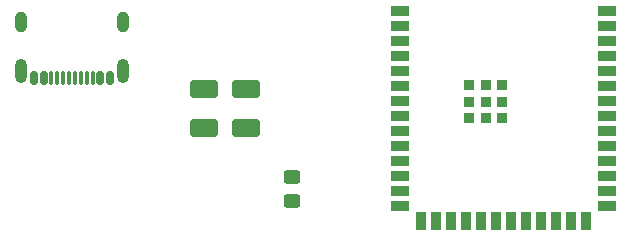
<source format=gbr>
%TF.GenerationSoftware,KiCad,Pcbnew,8.0.4*%
%TF.CreationDate,2024-09-08T16:06:36+02:00*%
%TF.ProjectId,pc1715-esp32vga,70633137-3135-42d6-9573-703332766761,2*%
%TF.SameCoordinates,Original*%
%TF.FileFunction,Paste,Top*%
%TF.FilePolarity,Positive*%
%FSLAX46Y46*%
G04 Gerber Fmt 4.6, Leading zero omitted, Abs format (unit mm)*
G04 Created by KiCad (PCBNEW 8.0.4) date 2024-09-08 16:06:36*
%MOMM*%
%LPD*%
G01*
G04 APERTURE LIST*
G04 Aperture macros list*
%AMRoundRect*
0 Rectangle with rounded corners*
0 $1 Rounding radius*
0 $2 $3 $4 $5 $6 $7 $8 $9 X,Y pos of 4 corners*
0 Add a 4 corners polygon primitive as box body*
4,1,4,$2,$3,$4,$5,$6,$7,$8,$9,$2,$3,0*
0 Add four circle primitives for the rounded corners*
1,1,$1+$1,$2,$3*
1,1,$1+$1,$4,$5*
1,1,$1+$1,$6,$7*
1,1,$1+$1,$8,$9*
0 Add four rect primitives between the rounded corners*
20,1,$1+$1,$2,$3,$4,$5,0*
20,1,$1+$1,$4,$5,$6,$7,0*
20,1,$1+$1,$6,$7,$8,$9,0*
20,1,$1+$1,$8,$9,$2,$3,0*%
G04 Aperture macros list end*
%ADD10RoundRect,0.150000X0.150000X0.425000X-0.150000X0.425000X-0.150000X-0.425000X0.150000X-0.425000X0*%
%ADD11RoundRect,0.075000X0.075000X0.500000X-0.075000X0.500000X-0.075000X-0.500000X0.075000X-0.500000X0*%
%ADD12O,1.000000X2.100000*%
%ADD13O,1.000000X1.800000*%
%ADD14RoundRect,0.250001X0.924999X-0.499999X0.924999X0.499999X-0.924999X0.499999X-0.924999X-0.499999X0*%
%ADD15RoundRect,0.250000X0.450000X-0.325000X0.450000X0.325000X-0.450000X0.325000X-0.450000X-0.325000X0*%
%ADD16R,1.500000X0.900000*%
%ADD17R,0.900000X1.500000*%
%ADD18R,0.900000X0.900000*%
G04 APERTURE END LIST*
D10*
%TO.C,J6*%
X115666000Y-107317000D03*
X114866000Y-107317000D03*
D11*
X113716000Y-107317000D03*
X112716000Y-107317000D03*
X112216000Y-107317000D03*
X111216000Y-107317000D03*
D10*
X110066000Y-107317000D03*
X109266000Y-107317000D03*
X109266000Y-107317000D03*
X110066000Y-107317000D03*
D11*
X110716000Y-107317000D03*
X111716000Y-107317000D03*
X113216000Y-107317000D03*
X114216000Y-107317000D03*
D10*
X114866000Y-107317000D03*
X115666000Y-107317000D03*
D12*
X116786000Y-106742000D03*
D13*
X116786000Y-102562000D03*
D12*
X108146000Y-106742000D03*
D13*
X108146000Y-102562000D03*
%TD*%
D14*
%TO.C,C2*%
X123665000Y-111528000D03*
X123665000Y-108278000D03*
%TD*%
D15*
%TO.C,D2*%
X131100000Y-117750000D03*
X131100000Y-115700000D03*
%TD*%
D16*
%TO.C,U2*%
X140250000Y-101624000D03*
X140250000Y-102894000D03*
X140250000Y-104164000D03*
X140250000Y-105434000D03*
X140250000Y-106704000D03*
X140250000Y-107974000D03*
X140250000Y-109244000D03*
X140250000Y-110514000D03*
X140250000Y-111784000D03*
X140250000Y-113054000D03*
X140250000Y-114324000D03*
X140250000Y-115594000D03*
X140250000Y-116864000D03*
X140250000Y-118134000D03*
D17*
X142015000Y-119384000D03*
X143285000Y-119384000D03*
X144555000Y-119384000D03*
X145825000Y-119384000D03*
X147095000Y-119384000D03*
X148365000Y-119384000D03*
X149635000Y-119384000D03*
X150905000Y-119384000D03*
X152175000Y-119384000D03*
X153445000Y-119384000D03*
X154715000Y-119384000D03*
X155985000Y-119384000D03*
D16*
X157750000Y-118134000D03*
X157750000Y-116864000D03*
X157750000Y-115594000D03*
X157750000Y-114324000D03*
X157750000Y-113054000D03*
X157750000Y-111784000D03*
X157750000Y-110514000D03*
X157750000Y-109244000D03*
X157750000Y-107974000D03*
X157750000Y-106704000D03*
X157750000Y-105434000D03*
X157750000Y-104164000D03*
X157750000Y-102894000D03*
X157750000Y-101624000D03*
D18*
X146100000Y-107944000D03*
X146100000Y-109344000D03*
X146100000Y-110744000D03*
X146100000Y-110744000D03*
X147500000Y-107944000D03*
X147500000Y-107944000D03*
X147500000Y-109344000D03*
X147500000Y-110744000D03*
X148900000Y-107944000D03*
X148900000Y-109344000D03*
X148900000Y-110744000D03*
%TD*%
D14*
%TO.C,C1*%
X127171000Y-111528000D03*
X127171000Y-108278000D03*
%TD*%
M02*

</source>
